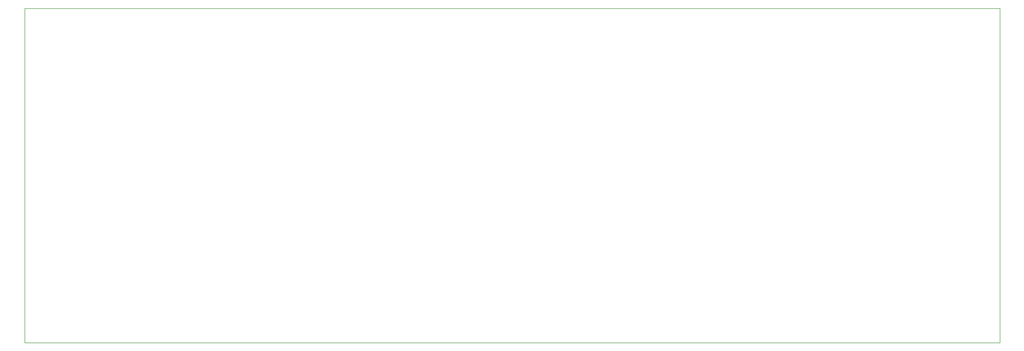
<source format=gbr>
%TF.GenerationSoftware,KiCad,Pcbnew,5.1.10-88a1d61d58~90~ubuntu20.04.1*%
%TF.CreationDate,2022-04-26T10:49:59-05:00*%
%TF.ProjectId,PantallaSerie,50616e74-616c-46c6-9153-657269652e6b,rev?*%
%TF.SameCoordinates,Original*%
%TF.FileFunction,Profile,NP*%
%FSLAX46Y46*%
G04 Gerber Fmt 4.6, Leading zero omitted, Abs format (unit mm)*
G04 Created by KiCad (PCBNEW 5.1.10-88a1d61d58~90~ubuntu20.04.1) date 2022-04-26 10:49:59*
%MOMM*%
%LPD*%
G01*
G04 APERTURE LIST*
%TA.AperFunction,Profile*%
%ADD10C,0.050000*%
%TD*%
G04 APERTURE END LIST*
D10*
X67056000Y-137414000D02*
X67056000Y-76454000D01*
X244602000Y-137414000D02*
X67056000Y-137414000D01*
X244602000Y-76454000D02*
X244602000Y-137414000D01*
X67056000Y-76454000D02*
X244602000Y-76454000D01*
M02*

</source>
